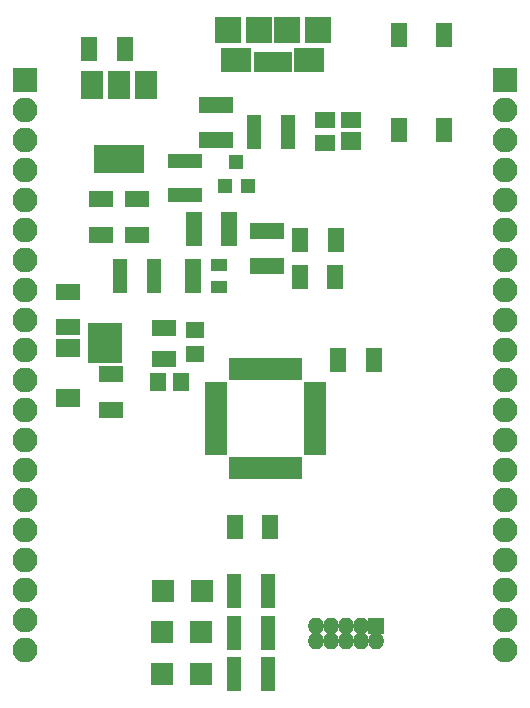
<source format=gbr>
G04 #@! TF.FileFunction,Soldermask,Top*
%FSLAX46Y46*%
G04 Gerber Fmt 4.6, Leading zero omitted, Abs format (unit mm)*
G04 Created by KiCad (PCBNEW 4.0.7) date 01/19/19 15:04:45*
%MOMM*%
%LPD*%
G01*
G04 APERTURE LIST*
%ADD10C,0.100000*%
%ADD11R,1.850000X0.700000*%
%ADD12R,0.700000X1.850000*%
%ADD13R,1.400000X2.000000*%
%ADD14R,2.000000X1.400000*%
%ADD15R,4.200000X2.400000*%
%ADD16R,1.900000X2.400000*%
%ADD17R,2.900000X1.400000*%
%ADD18R,1.400000X2.900000*%
%ADD19R,1.400000X1.650000*%
%ADD20R,1.650000X1.400000*%
%ADD21R,1.900000X1.900000*%
%ADD22R,1.800000X1.600000*%
%ADD23R,1.800000X1.400000*%
%ADD24R,1.300000X2.900000*%
%ADD25R,2.100000X2.100000*%
%ADD26O,2.100000X2.100000*%
%ADD27R,1.400000X1.400000*%
%ADD28O,1.400000X1.400000*%
%ADD29R,2.100000X1.650000*%
%ADD30R,1.200000X1.300000*%
%ADD31R,2.900000X1.300000*%
%ADD32R,1.460000X1.050000*%
%ADD33R,1.400000X2.100000*%
%ADD34R,2.940000X3.400000*%
%ADD35R,2.200000X2.300000*%
%ADD36R,2.500000X2.000000*%
%ADD37R,0.800000X1.750000*%
G04 APERTURE END LIST*
D10*
D11*
X144847200Y-81959000D03*
X144847200Y-82459000D03*
X144847200Y-82959000D03*
X144847200Y-83459000D03*
X144847200Y-83959000D03*
X144847200Y-84459000D03*
X144847200Y-84959000D03*
X144847200Y-85459000D03*
X144847200Y-85959000D03*
X144847200Y-86959000D03*
X144847200Y-87459000D03*
D12*
X146297200Y-88909000D03*
X146797200Y-88909000D03*
X147297200Y-88909000D03*
X147797200Y-88909000D03*
X148297200Y-88909000D03*
X148797200Y-88909000D03*
X149297200Y-88909000D03*
X149797200Y-88909000D03*
X150297200Y-88909000D03*
X150797200Y-88909000D03*
X151297200Y-88909000D03*
X151797200Y-88909000D03*
D11*
X144847200Y-86459000D03*
X153217200Y-87459000D03*
X153247200Y-86959000D03*
X153247200Y-86459000D03*
X153247200Y-85959000D03*
X153247200Y-85459000D03*
X153247200Y-84959000D03*
X153247200Y-84459000D03*
X153247200Y-83959000D03*
X153247200Y-83459000D03*
X153247200Y-82459000D03*
X153247200Y-81959000D03*
X153247200Y-82959000D03*
D12*
X151797200Y-80509000D03*
X151297200Y-80509000D03*
X150797200Y-80509000D03*
X150297200Y-80509000D03*
X149797200Y-80509000D03*
X149297200Y-80509000D03*
X148797200Y-80509000D03*
X148297200Y-80509000D03*
X147797200Y-80509000D03*
X147297200Y-80509000D03*
X146797200Y-80509000D03*
X146297200Y-80509000D03*
D13*
X151936320Y-72679560D03*
X154936320Y-72679560D03*
D14*
X135133080Y-66104640D03*
X135133080Y-69104640D03*
D15*
X136652000Y-62707920D03*
D16*
X136652000Y-56407920D03*
X134352000Y-56407920D03*
X138952000Y-56407920D03*
D13*
X134136000Y-53421280D03*
X137136000Y-53421280D03*
D14*
X138150600Y-66135120D03*
X138150600Y-69135120D03*
D17*
X149184360Y-71802120D03*
X149184360Y-68802120D03*
D18*
X142990440Y-68595240D03*
X145990440Y-68595240D03*
D17*
X144840960Y-61096020D03*
X144840960Y-58096020D03*
D19*
X139916660Y-81600040D03*
X141916660Y-81600040D03*
D20*
X143050260Y-77216760D03*
X143050260Y-79216760D03*
D13*
X151966800Y-69570600D03*
X154966800Y-69570600D03*
X146419440Y-93863160D03*
X149419440Y-93863160D03*
D14*
X132359400Y-76953240D03*
X132359400Y-73953240D03*
X135971280Y-83923000D03*
X135971280Y-80923000D03*
D21*
X143595360Y-102793800D03*
X140295360Y-102793800D03*
X143625840Y-99303840D03*
X140325840Y-99303840D03*
X143613140Y-106311700D03*
X140313140Y-106311700D03*
D22*
X156296540Y-61166120D03*
D23*
X156296540Y-59446120D03*
X154096540Y-59446120D03*
X154096540Y-61346120D03*
D24*
X148031540Y-60464700D03*
X150931540Y-60464700D03*
D25*
X128680000Y-56000000D03*
D26*
X128680000Y-58540000D03*
X128680000Y-61080000D03*
X128680000Y-63620000D03*
X128680000Y-66160000D03*
X128680000Y-68700000D03*
X128680000Y-71240000D03*
X128680000Y-73780000D03*
X128680000Y-76320000D03*
X128680000Y-78860000D03*
X128680000Y-81400000D03*
X128680000Y-83940000D03*
X128680000Y-86480000D03*
X128680000Y-89020000D03*
X128680000Y-91560000D03*
X128680000Y-94100000D03*
X128680000Y-96640000D03*
X128680000Y-99180000D03*
X128680000Y-101720000D03*
X128680000Y-104260000D03*
D25*
X169320000Y-56000000D03*
D26*
X169320000Y-58540000D03*
X169320000Y-61080000D03*
X169320000Y-63620000D03*
X169320000Y-66160000D03*
X169320000Y-68700000D03*
X169320000Y-71240000D03*
X169320000Y-73780000D03*
X169320000Y-76320000D03*
X169320000Y-78860000D03*
X169320000Y-81400000D03*
X169320000Y-83940000D03*
X169320000Y-86480000D03*
X169320000Y-89020000D03*
X169320000Y-91560000D03*
X169320000Y-94100000D03*
X169320000Y-96640000D03*
X169320000Y-99180000D03*
X169320000Y-101720000D03*
X169320000Y-104260000D03*
D27*
X158353760Y-102229920D03*
D28*
X158353760Y-103499920D03*
X157083760Y-102229920D03*
X157083760Y-103499920D03*
X155813760Y-102229920D03*
X155813760Y-103499920D03*
X154543760Y-102229920D03*
X154543760Y-103499920D03*
X153273760Y-102229920D03*
X153273760Y-103499920D03*
D29*
X132359400Y-82970580D03*
X132359400Y-78710580D03*
D30*
X145628320Y-64974980D03*
X147528320Y-64974980D03*
X146578320Y-62974980D03*
D31*
X142265400Y-62893280D03*
X142265400Y-65793280D03*
D24*
X136738700Y-72618600D03*
X139638700Y-72618600D03*
X149278000Y-102798880D03*
X146378000Y-102798880D03*
X149283080Y-99308920D03*
X146383080Y-99308920D03*
X149280540Y-106311700D03*
X146380540Y-106311700D03*
D32*
X142933240Y-71668600D03*
X142933240Y-72618600D03*
X142933240Y-73568600D03*
X145133240Y-73568600D03*
X145133240Y-71668600D03*
D13*
X155197680Y-79720440D03*
X158197680Y-79720440D03*
D33*
X160347580Y-60243220D03*
X160347580Y-52243220D03*
X164147580Y-60243220D03*
X164147580Y-52243220D03*
D34*
X135471480Y-78303120D03*
D14*
X140471480Y-77003120D03*
X140471480Y-79603120D03*
D35*
X148464420Y-51785520D03*
X145864420Y-51785520D03*
X150864420Y-51785520D03*
X153464420Y-51785520D03*
D36*
X152764420Y-54335520D03*
X146564420Y-54335520D03*
D37*
X148364420Y-54460520D03*
X149014420Y-54460520D03*
X149664420Y-54460520D03*
X150314420Y-54460520D03*
X150964420Y-54460520D03*
M02*

</source>
